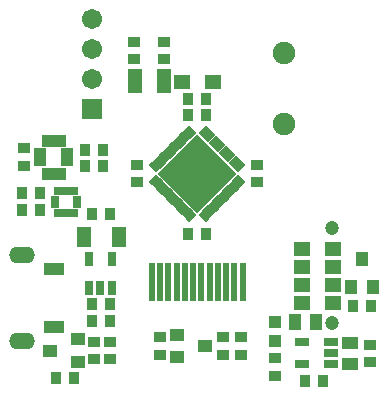
<source format=gbr>
%TF.GenerationSoftware,Altium Limited,Altium Designer,20.0.13 (296)*%
G04 Layer_Color=8388736*
%FSLAX25Y25*%
%MOIN*%
%TF.FileFunction,Soldermask,Top*%
%TF.Part,Single*%
G01*
G75*
%TA.AperFunction,SMDPad,CuDef*%
%ADD71R,0.03950X0.03556*%
%ADD73R,0.03556X0.03950*%
%ADD75R,0.04540X0.04343*%
%ADD76R,0.04540X0.04343*%
%TA.AperFunction,ComponentPad*%
%ADD83R,0.06706X0.06706*%
%ADD84C,0.06706*%
%ADD85C,0.04737*%
%ADD86R,0.06706X0.03950*%
%ADD87O,0.08674X0.05524*%
%TA.AperFunction,ViaPad*%
%ADD88C,0.07493*%
%TA.AperFunction,SMDPad,CuDef*%
G04:AMPARAMS|DCode=96|XSize=15.87mil|YSize=35.56mil|CornerRadius=0mil|HoleSize=0mil|Usage=FLASHONLY|Rotation=45.000|XOffset=0mil|YOffset=0mil|HoleType=Round|Shape=Rectangle|*
%AMROTATEDRECTD96*
4,1,4,0.00696,-0.01818,-0.01818,0.00696,-0.00696,0.01818,0.01818,-0.00696,0.00696,-0.01818,0.0*
%
%ADD96ROTATEDRECTD96*%

G04:AMPARAMS|DCode=97|XSize=15.87mil|YSize=35.56mil|CornerRadius=0mil|HoleSize=0mil|Usage=FLASHONLY|Rotation=315.000|XOffset=0mil|YOffset=0mil|HoleType=Round|Shape=Rectangle|*
%AMROTATEDRECTD97*
4,1,4,-0.01818,-0.00696,0.00696,0.01818,0.01818,0.00696,-0.00696,-0.01818,-0.01818,-0.00696,0.0*
%
%ADD97ROTATEDRECTD97*%

%ADD98P,0.26186X4X360.0*%
%ADD99R,0.05800X0.04800*%
%ADD100R,0.04737X0.07887*%
%ADD101R,0.01902X0.03891*%
%ADD102R,0.03891X0.01902*%
%ADD103R,0.01902X0.02631*%
%ADD104R,0.02631X0.01902*%
%ADD105R,0.04737X0.07099*%
%ADD106R,0.02769X0.04737*%
%ADD107R,0.03950X0.03950*%
%ADD108R,0.04343X0.05524*%
%ADD109R,0.04737X0.02769*%
%ADD110R,0.05524X0.04343*%
%ADD111R,0.04343X0.04540*%
%ADD112R,0.04343X0.04540*%
%ADD113R,0.02178X0.12611*%
D71*
X42500Y123453D02*
D03*
Y117547D02*
D03*
X52500Y123453D02*
D03*
Y117547D02*
D03*
X5671Y82063D02*
D03*
Y87968D02*
D03*
X29000Y23453D02*
D03*
Y17547D02*
D03*
X34500D02*
D03*
Y23453D02*
D03*
X51000Y24953D02*
D03*
Y19047D02*
D03*
X72000D02*
D03*
Y24953D02*
D03*
X78000D02*
D03*
Y19047D02*
D03*
X89500Y17953D02*
D03*
Y12047D02*
D03*
X121000Y16547D02*
D03*
Y22453D02*
D03*
X43500Y82453D02*
D03*
Y76547D02*
D03*
X83500D02*
D03*
Y82453D02*
D03*
D73*
X60547Y104500D02*
D03*
X66453D02*
D03*
Y99000D02*
D03*
X60547D02*
D03*
X11124Y67516D02*
D03*
X5218D02*
D03*
Y73016D02*
D03*
X11124D02*
D03*
X32124Y87516D02*
D03*
X26219D02*
D03*
X32124Y82016D02*
D03*
X26219D02*
D03*
X28547Y66000D02*
D03*
X34453D02*
D03*
Y36000D02*
D03*
X28547D02*
D03*
X34453Y30500D02*
D03*
X28547D02*
D03*
X22453Y11500D02*
D03*
X16547D02*
D03*
X99547Y10500D02*
D03*
X105453D02*
D03*
X121453Y35500D02*
D03*
X115547D02*
D03*
X60547Y59500D02*
D03*
X66453D02*
D03*
D75*
X14374Y20500D02*
D03*
X23626Y16760D02*
D03*
X66126Y22000D02*
D03*
X56874Y25740D02*
D03*
D76*
X23626Y24240D02*
D03*
X56874Y18260D02*
D03*
D83*
X28500Y101000D02*
D03*
D84*
Y111000D02*
D03*
Y121000D02*
D03*
Y131000D02*
D03*
D85*
X108339Y61347D02*
D03*
Y29850D02*
D03*
D86*
X15606Y28453D02*
D03*
Y47547D02*
D03*
D87*
X5173Y23728D02*
D03*
Y52272D02*
D03*
D88*
X92283Y96189D02*
D03*
Y119811D02*
D03*
D96*
X61412Y93837D02*
D03*
X60299Y92724D02*
D03*
X59185Y91610D02*
D03*
X58071Y90496D02*
D03*
X56958Y89383D02*
D03*
X55844Y88269D02*
D03*
X54731Y87156D02*
D03*
X53617Y86042D02*
D03*
X52504Y84929D02*
D03*
X51390Y83815D02*
D03*
X50276Y82701D02*
D03*
X49163Y81588D02*
D03*
X65588Y65163D02*
D03*
X66702Y66277D02*
D03*
X67815Y67390D02*
D03*
X68929Y68504D02*
D03*
X70042Y69617D02*
D03*
X71156Y70731D02*
D03*
X72269Y71844D02*
D03*
X73383Y72958D02*
D03*
X74496Y74071D02*
D03*
X75610Y75185D02*
D03*
X76723Y76298D02*
D03*
X77837Y77412D02*
D03*
D97*
X49163D02*
D03*
X50276Y76298D02*
D03*
X51390Y75185D02*
D03*
X52504Y74071D02*
D03*
X53617Y72958D02*
D03*
X54731Y71844D02*
D03*
X55844Y70731D02*
D03*
X56958Y69617D02*
D03*
X58071Y68504D02*
D03*
X59185Y67390D02*
D03*
X60299Y66277D02*
D03*
X61412Y65163D02*
D03*
X77837Y81588D02*
D03*
X76723Y82701D02*
D03*
X75610Y83815D02*
D03*
X74496Y84929D02*
D03*
X73383Y86042D02*
D03*
X72269Y87156D02*
D03*
X71156Y88269D02*
D03*
X70042Y89383D02*
D03*
X68929Y90496D02*
D03*
X67815Y91610D02*
D03*
X66702Y92724D02*
D03*
X65588Y93837D02*
D03*
D98*
X63500Y79500D02*
D03*
D99*
X58382Y110000D02*
D03*
X68618D02*
D03*
X108618Y54500D02*
D03*
X98382D02*
D03*
Y48500D02*
D03*
X108618D02*
D03*
Y42500D02*
D03*
X98382D02*
D03*
X108618Y36500D02*
D03*
X98382D02*
D03*
D100*
X52421Y110500D02*
D03*
X42579D02*
D03*
D101*
X18624Y90498D02*
D03*
X16656D02*
D03*
X14687D02*
D03*
X12719D02*
D03*
Y79533D02*
D03*
X14687D02*
D03*
X16656D02*
D03*
X18624D02*
D03*
D102*
X11173Y86984D02*
D03*
Y85016D02*
D03*
Y83047D02*
D03*
X20169D02*
D03*
Y85016D02*
D03*
Y86984D02*
D03*
D103*
X22624Y73657D02*
D03*
X20656D02*
D03*
X18687D02*
D03*
X16718D02*
D03*
Y66374D02*
D03*
X18687D02*
D03*
X20656D02*
D03*
X22624D02*
D03*
D104*
X16000Y71000D02*
D03*
Y69031D02*
D03*
X23343D02*
D03*
Y71000D02*
D03*
D105*
X25594Y58500D02*
D03*
X37405D02*
D03*
D106*
X34980Y41500D02*
D03*
X27500D02*
D03*
X31240D02*
D03*
X27500Y50949D02*
D03*
X34980D02*
D03*
D107*
X89500Y23850D02*
D03*
Y30150D02*
D03*
D108*
X103043Y30000D02*
D03*
X95957D02*
D03*
D109*
X108000Y23480D02*
D03*
Y16000D02*
D03*
Y19740D02*
D03*
X98551Y16000D02*
D03*
Y23480D02*
D03*
D110*
X114500Y15957D02*
D03*
Y23043D02*
D03*
D111*
X118500Y51126D02*
D03*
X114760Y41874D02*
D03*
D112*
X122240Y41874D02*
D03*
D113*
X78658Y43500D02*
D03*
X75902D02*
D03*
X73146D02*
D03*
X70390D02*
D03*
X67634D02*
D03*
X64878D02*
D03*
X62122D02*
D03*
X59366D02*
D03*
X56610D02*
D03*
X53854D02*
D03*
X51098D02*
D03*
X48342D02*
D03*
%TF.MD5,061f62f3a75be8eca93c64aa2ce01420*%
M02*

</source>
